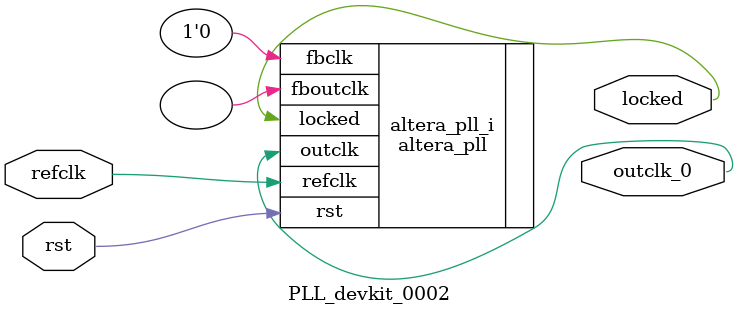
<source format=v>
`timescale 1ns/10ps
module  PLL_devkit_0002(

	// interface 'refclk'
	input wire refclk,

	// interface 'reset'
	input wire rst,

	// interface 'outclk0'
	output wire outclk_0,

	// interface 'locked'
	output wire locked
);

	altera_pll #(
		.fractional_vco_multiplier("false"),
		.reference_clock_frequency("50.0 MHz"),
		.operation_mode("direct"),
		.number_of_clocks(1),
		.output_clock_frequency0("50.000000 MHz"),
		.phase_shift0("0 ps"),
		.duty_cycle0(50),
		.output_clock_frequency1("0 MHz"),
		.phase_shift1("0 ps"),
		.duty_cycle1(50),
		.output_clock_frequency2("0 MHz"),
		.phase_shift2("0 ps"),
		.duty_cycle2(50),
		.output_clock_frequency3("0 MHz"),
		.phase_shift3("0 ps"),
		.duty_cycle3(50),
		.output_clock_frequency4("0 MHz"),
		.phase_shift4("0 ps"),
		.duty_cycle4(50),
		.output_clock_frequency5("0 MHz"),
		.phase_shift5("0 ps"),
		.duty_cycle5(50),
		.output_clock_frequency6("0 MHz"),
		.phase_shift6("0 ps"),
		.duty_cycle6(50),
		.output_clock_frequency7("0 MHz"),
		.phase_shift7("0 ps"),
		.duty_cycle7(50),
		.output_clock_frequency8("0 MHz"),
		.phase_shift8("0 ps"),
		.duty_cycle8(50),
		.output_clock_frequency9("0 MHz"),
		.phase_shift9("0 ps"),
		.duty_cycle9(50),
		.output_clock_frequency10("0 MHz"),
		.phase_shift10("0 ps"),
		.duty_cycle10(50),
		.output_clock_frequency11("0 MHz"),
		.phase_shift11("0 ps"),
		.duty_cycle11(50),
		.output_clock_frequency12("0 MHz"),
		.phase_shift12("0 ps"),
		.duty_cycle12(50),
		.output_clock_frequency13("0 MHz"),
		.phase_shift13("0 ps"),
		.duty_cycle13(50),
		.output_clock_frequency14("0 MHz"),
		.phase_shift14("0 ps"),
		.duty_cycle14(50),
		.output_clock_frequency15("0 MHz"),
		.phase_shift15("0 ps"),
		.duty_cycle15(50),
		.output_clock_frequency16("0 MHz"),
		.phase_shift16("0 ps"),
		.duty_cycle16(50),
		.output_clock_frequency17("0 MHz"),
		.phase_shift17("0 ps"),
		.duty_cycle17(50),
		.pll_type("General"),
		.pll_subtype("General")
	) altera_pll_i (
		.rst	(rst),
		.outclk	({outclk_0}),
		.locked	(locked),
		.fboutclk	( ),
		.fbclk	(1'b0),
		.refclk	(refclk)
	);
endmodule


</source>
